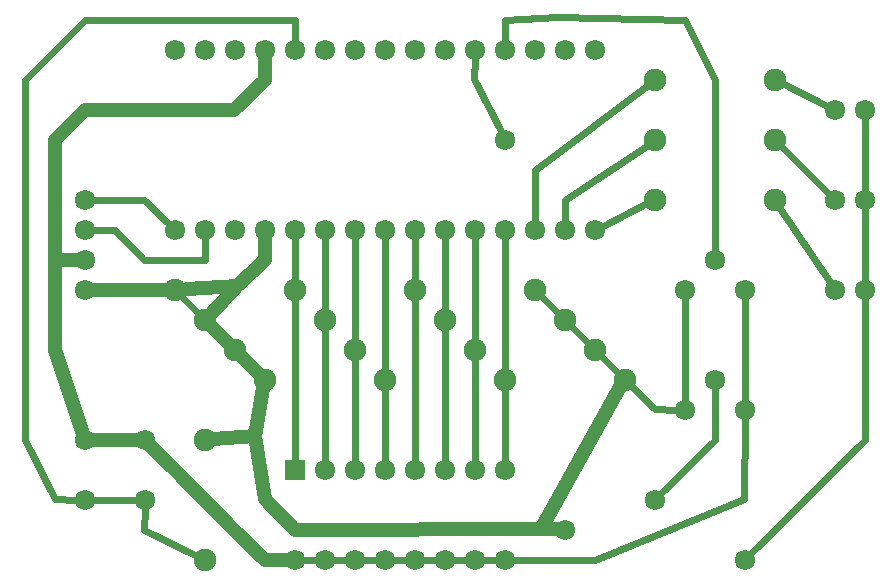
<source format=gbl>
G04 MADE WITH FRITZING*
G04 WWW.FRITZING.ORG*
G04 DOUBLE SIDED*
G04 HOLES PLATED*
G04 CONTOUR ON CENTER OF CONTOUR VECTOR*
%ASAXBY*%
%FSLAX23Y23*%
%MOIN*%
%OFA0B0*%
%SFA1.0B1.0*%
%ADD10C,0.067717*%
%ADD11C,0.075000*%
%ADD12R,0.067716X0.067716*%
%ADD13C,0.024000*%
%ADD14C,0.048000*%
%LNCOPPER0*%
G90*
G70*
G54D10*
X1758Y1502D03*
X2958Y1602D03*
X2858Y1602D03*
X2258Y302D03*
X2958Y1002D03*
X2858Y1002D03*
X2958Y1302D03*
X2858Y1302D03*
X1958Y202D03*
X558Y502D03*
X358Y502D03*
X558Y302D03*
X358Y302D03*
X2558Y102D03*
X2458Y1102D03*
X358Y1002D03*
X358Y1102D03*
X358Y1202D03*
X358Y1302D03*
X658Y1802D03*
X758Y1802D03*
X858Y1802D03*
X958Y1802D03*
X1058Y1802D03*
X1158Y1802D03*
X1258Y1802D03*
X1358Y1802D03*
X1458Y1802D03*
X1558Y1802D03*
X1658Y1802D03*
X1758Y1802D03*
X1858Y1802D03*
X1958Y1802D03*
X2058Y1802D03*
X658Y1202D03*
X758Y1202D03*
X858Y1202D03*
X958Y1202D03*
X1058Y1202D03*
X1158Y1202D03*
X1258Y1202D03*
X1358Y1202D03*
X1458Y1202D03*
X1558Y1202D03*
X1658Y1202D03*
X1758Y1202D03*
X1858Y1202D03*
X1958Y1202D03*
X2058Y1202D03*
X2558Y602D03*
X2458Y702D03*
X2558Y1002D03*
X2358Y602D03*
X2358Y1002D03*
G54D11*
X1958Y902D03*
X1558Y902D03*
X2158Y702D03*
X1758Y702D03*
X1858Y1002D03*
X1458Y1002D03*
X2058Y802D03*
X1658Y802D03*
X1058Y1002D03*
X658Y1002D03*
X1358Y702D03*
X958Y702D03*
X1158Y902D03*
X758Y902D03*
X1258Y802D03*
X858Y802D03*
G54D10*
X1058Y402D03*
X1058Y102D03*
X1158Y402D03*
X1158Y102D03*
X1258Y402D03*
X1258Y102D03*
X1358Y402D03*
X1358Y102D03*
X1458Y402D03*
X1458Y102D03*
X1558Y402D03*
X1558Y102D03*
X1658Y402D03*
X1658Y102D03*
X1758Y402D03*
X1758Y102D03*
X1058Y402D03*
X1058Y102D03*
X1158Y402D03*
X1158Y102D03*
X1258Y402D03*
X1258Y102D03*
X1358Y402D03*
X1358Y102D03*
X1458Y402D03*
X1458Y102D03*
X1558Y402D03*
X1558Y102D03*
X1658Y402D03*
X1658Y102D03*
X1758Y402D03*
X1758Y102D03*
G54D11*
X2258Y1702D03*
X2658Y1702D03*
X2258Y1302D03*
X2658Y1302D03*
X2258Y1502D03*
X2658Y1502D03*
X758Y102D03*
X758Y502D03*
G54D12*
X1058Y402D03*
X1058Y402D03*
G54D13*
X1358Y674D02*
X1358Y433D01*
D02*
X1358Y1172D02*
X1358Y731D01*
D02*
X1258Y831D02*
X1258Y1172D01*
D02*
X1258Y433D02*
X1258Y774D01*
D02*
X1158Y1172D02*
X1158Y931D01*
D02*
X1158Y433D02*
X1158Y874D01*
D02*
X1058Y1031D02*
X1058Y1172D01*
D02*
X1058Y433D02*
X1058Y974D01*
G54D14*
D02*
X878Y782D02*
X937Y723D01*
D02*
X837Y823D02*
X778Y882D01*
G54D13*
D02*
X737Y923D02*
X678Y982D01*
G54D14*
D02*
X958Y1172D02*
X959Y1100D01*
D02*
X959Y1100D02*
X866Y1014D01*
D02*
X866Y1014D02*
X697Y1005D01*
G54D13*
D02*
X1327Y102D02*
X1288Y102D01*
D02*
X1427Y102D02*
X1388Y102D01*
D02*
X1527Y102D02*
X1488Y102D01*
D02*
X1627Y102D02*
X1588Y102D01*
D02*
X1727Y102D02*
X1688Y102D01*
D02*
X1127Y102D02*
X1088Y102D01*
D02*
X1227Y102D02*
X1188Y102D01*
D02*
X1458Y1031D02*
X1458Y1172D01*
D02*
X1458Y974D02*
X1458Y433D01*
D02*
X1758Y674D02*
X1758Y433D01*
D02*
X1658Y774D02*
X1658Y433D01*
D02*
X1558Y874D02*
X1558Y433D01*
D02*
X1558Y931D02*
X1558Y1172D01*
D02*
X1658Y831D02*
X1658Y1172D01*
D02*
X1758Y731D02*
X1758Y1172D01*
D02*
X1937Y923D02*
X1878Y982D01*
D02*
X1978Y882D02*
X2037Y823D01*
D02*
X2078Y782D02*
X2137Y723D01*
G54D14*
D02*
X926Y514D02*
X957Y304D01*
D02*
X957Y304D02*
X1059Y202D01*
D02*
X1059Y202D02*
X1877Y205D01*
D02*
X1877Y205D02*
X2143Y677D01*
D02*
X953Y674D02*
X926Y514D01*
D02*
X259Y1103D02*
X259Y1501D01*
D02*
X357Y503D02*
X259Y803D01*
D02*
X856Y202D02*
X657Y401D01*
D02*
X556Y503D02*
X458Y503D01*
D02*
X259Y1501D02*
X357Y1602D01*
D02*
X458Y503D02*
X357Y503D01*
D02*
X657Y401D02*
X556Y503D01*
D02*
X1027Y102D02*
X957Y101D01*
D02*
X957Y101D02*
X856Y202D01*
D02*
X856Y1602D02*
X957Y1703D01*
D02*
X957Y1703D02*
X957Y1772D01*
D02*
X259Y803D02*
X259Y1103D01*
D02*
X357Y1602D02*
X856Y1602D01*
D02*
X629Y1002D02*
X388Y1002D01*
D02*
X259Y1103D02*
X327Y1103D01*
G54D13*
D02*
X556Y1302D02*
X636Y1224D01*
D02*
X388Y1302D02*
X556Y1302D01*
D02*
X758Y1103D02*
X758Y1172D01*
D02*
X556Y1103D02*
X758Y1103D01*
D02*
X458Y1200D02*
X556Y1103D01*
D02*
X388Y1202D02*
X458Y1200D01*
D02*
X2357Y1902D02*
X2458Y1703D01*
D02*
X2458Y1703D02*
X2458Y1200D01*
D02*
X2458Y1200D02*
X2458Y1133D01*
D02*
X1933Y1911D02*
X2357Y1902D01*
D02*
X2358Y633D02*
X2358Y972D01*
D02*
X2558Y633D02*
X2558Y972D01*
D02*
X2259Y604D02*
X2327Y603D01*
D02*
X2178Y683D02*
X2259Y604D01*
D02*
X2556Y304D02*
X2557Y572D01*
D02*
X2057Y101D02*
X2556Y304D01*
D02*
X1788Y102D02*
X2057Y101D01*
D02*
X2458Y503D02*
X2279Y324D01*
D02*
X2458Y672D02*
X2458Y503D01*
D02*
X2830Y1616D02*
X2683Y1690D01*
D02*
X2836Y1324D02*
X2678Y1482D01*
D02*
X2840Y1028D02*
X2673Y1279D01*
D02*
X2085Y1216D02*
X2232Y1290D01*
D02*
X1959Y1302D02*
X1958Y1233D01*
D02*
X2234Y1486D02*
X1959Y1302D01*
D02*
X1858Y1403D02*
X1858Y1233D01*
D02*
X2235Y1685D02*
X1858Y1403D01*
D02*
X2958Y1333D02*
X2958Y1572D01*
D02*
X2958Y1033D02*
X2958Y1272D01*
D02*
X556Y202D02*
X557Y272D01*
D02*
X732Y115D02*
X556Y202D01*
G54D14*
D02*
X926Y514D02*
X786Y504D01*
G54D13*
D02*
X527Y302D02*
X388Y302D01*
D02*
X158Y503D02*
X259Y304D01*
D02*
X158Y1703D02*
X158Y503D01*
D02*
X259Y304D02*
X327Y303D01*
D02*
X1058Y1833D02*
X1059Y1902D01*
D02*
X357Y1902D02*
X158Y1703D01*
D02*
X1059Y1902D02*
X357Y1902D01*
D02*
X2957Y501D02*
X2958Y972D01*
D02*
X2579Y124D02*
X2957Y501D01*
G54D14*
D02*
X1877Y205D02*
X1927Y204D01*
D02*
X866Y1014D02*
X778Y923D01*
G54D13*
D02*
X1657Y1772D02*
X1656Y1704D01*
D02*
X1656Y1704D02*
X1744Y1530D01*
D02*
X1933Y1911D02*
X1759Y1902D01*
D02*
X1759Y1902D02*
X1758Y1833D01*
G04 End of Copper0*
M02*
</source>
